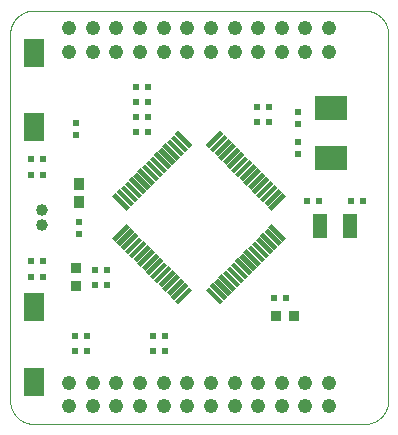
<source format=gts>
G75*
%MOIN*%
%OFA0B0*%
%FSLAX25Y25*%
%IPPOS*%
%LPD*%
%AMOC8*
5,1,8,0,0,1.08239X$1,22.5*
%
%ADD10C,0.00400*%
%ADD11R,0.02369X0.02369*%
%ADD12R,0.03550X0.03550*%
%ADD13R,0.03550X0.03943*%
%ADD14R,0.01581X0.06699*%
%ADD15R,0.06699X0.01581*%
%ADD16R,0.06699X0.09455*%
%ADD17R,0.10636X0.07880*%
%ADD18C,0.04762*%
%ADD19C,0.03975*%
%ADD20R,0.04731X0.07880*%
D10*
X0001487Y0009174D02*
X0001487Y0131221D01*
X0001489Y0131414D01*
X0001496Y0131607D01*
X0001508Y0131800D01*
X0001525Y0131993D01*
X0001546Y0132185D01*
X0001572Y0132376D01*
X0001603Y0132567D01*
X0001638Y0132757D01*
X0001678Y0132946D01*
X0001723Y0133134D01*
X0001772Y0133321D01*
X0001826Y0133507D01*
X0001884Y0133691D01*
X0001947Y0133874D01*
X0002015Y0134055D01*
X0002086Y0134234D01*
X0002163Y0134412D01*
X0002243Y0134588D01*
X0002328Y0134761D01*
X0002417Y0134933D01*
X0002510Y0135102D01*
X0002607Y0135269D01*
X0002709Y0135434D01*
X0002814Y0135596D01*
X0002923Y0135755D01*
X0003037Y0135912D01*
X0003154Y0136065D01*
X0003274Y0136216D01*
X0003399Y0136364D01*
X0003527Y0136509D01*
X0003658Y0136650D01*
X0003793Y0136789D01*
X0003932Y0136924D01*
X0004073Y0137055D01*
X0004218Y0137183D01*
X0004366Y0137308D01*
X0004517Y0137428D01*
X0004670Y0137545D01*
X0004827Y0137659D01*
X0004986Y0137768D01*
X0005148Y0137873D01*
X0005313Y0137975D01*
X0005480Y0138072D01*
X0005649Y0138165D01*
X0005821Y0138254D01*
X0005994Y0138339D01*
X0006170Y0138419D01*
X0006348Y0138496D01*
X0006527Y0138567D01*
X0006708Y0138635D01*
X0006891Y0138698D01*
X0007075Y0138756D01*
X0007261Y0138810D01*
X0007448Y0138859D01*
X0007636Y0138904D01*
X0007825Y0138944D01*
X0008015Y0138979D01*
X0008206Y0139010D01*
X0008397Y0139036D01*
X0008589Y0139057D01*
X0008782Y0139074D01*
X0008975Y0139086D01*
X0009168Y0139093D01*
X0009361Y0139095D01*
X0119660Y0139095D01*
X0119850Y0139093D01*
X0120040Y0139086D01*
X0120230Y0139074D01*
X0120420Y0139058D01*
X0120609Y0139038D01*
X0120798Y0139012D01*
X0120986Y0138983D01*
X0121173Y0138948D01*
X0121359Y0138909D01*
X0121544Y0138866D01*
X0121729Y0138818D01*
X0121912Y0138766D01*
X0122093Y0138710D01*
X0122273Y0138649D01*
X0122452Y0138583D01*
X0122629Y0138514D01*
X0122805Y0138440D01*
X0122978Y0138362D01*
X0123150Y0138279D01*
X0123319Y0138193D01*
X0123487Y0138103D01*
X0123652Y0138008D01*
X0123815Y0137910D01*
X0123975Y0137807D01*
X0124133Y0137701D01*
X0124288Y0137591D01*
X0124441Y0137478D01*
X0124591Y0137360D01*
X0124737Y0137239D01*
X0124881Y0137115D01*
X0125022Y0136987D01*
X0125160Y0136856D01*
X0125295Y0136721D01*
X0125426Y0136583D01*
X0125554Y0136442D01*
X0125678Y0136298D01*
X0125799Y0136152D01*
X0125917Y0136002D01*
X0126030Y0135849D01*
X0126140Y0135694D01*
X0126246Y0135536D01*
X0126349Y0135376D01*
X0126447Y0135213D01*
X0126542Y0135048D01*
X0126632Y0134880D01*
X0126718Y0134711D01*
X0126801Y0134539D01*
X0126879Y0134366D01*
X0126953Y0134190D01*
X0127022Y0134013D01*
X0127088Y0133834D01*
X0127149Y0133654D01*
X0127205Y0133473D01*
X0127257Y0133290D01*
X0127305Y0133105D01*
X0127348Y0132920D01*
X0127387Y0132734D01*
X0127422Y0132547D01*
X0127451Y0132359D01*
X0127477Y0132170D01*
X0127497Y0131981D01*
X0127513Y0131791D01*
X0127525Y0131601D01*
X0127532Y0131411D01*
X0127534Y0131221D01*
X0127534Y0009174D01*
X0127532Y0008984D01*
X0127525Y0008794D01*
X0127513Y0008604D01*
X0127497Y0008414D01*
X0127477Y0008225D01*
X0127451Y0008036D01*
X0127422Y0007848D01*
X0127387Y0007661D01*
X0127348Y0007475D01*
X0127305Y0007290D01*
X0127257Y0007105D01*
X0127205Y0006922D01*
X0127149Y0006741D01*
X0127088Y0006561D01*
X0127022Y0006382D01*
X0126953Y0006205D01*
X0126879Y0006029D01*
X0126801Y0005856D01*
X0126718Y0005684D01*
X0126632Y0005515D01*
X0126542Y0005347D01*
X0126447Y0005182D01*
X0126349Y0005019D01*
X0126246Y0004859D01*
X0126140Y0004701D01*
X0126030Y0004546D01*
X0125917Y0004393D01*
X0125799Y0004243D01*
X0125678Y0004097D01*
X0125554Y0003953D01*
X0125426Y0003812D01*
X0125295Y0003674D01*
X0125160Y0003539D01*
X0125022Y0003408D01*
X0124881Y0003280D01*
X0124737Y0003156D01*
X0124591Y0003035D01*
X0124441Y0002917D01*
X0124288Y0002804D01*
X0124133Y0002694D01*
X0123975Y0002588D01*
X0123815Y0002485D01*
X0123652Y0002387D01*
X0123487Y0002292D01*
X0123319Y0002202D01*
X0123150Y0002116D01*
X0122978Y0002033D01*
X0122805Y0001955D01*
X0122629Y0001881D01*
X0122452Y0001812D01*
X0122273Y0001746D01*
X0122093Y0001685D01*
X0121912Y0001629D01*
X0121729Y0001577D01*
X0121544Y0001529D01*
X0121359Y0001486D01*
X0121173Y0001447D01*
X0120986Y0001412D01*
X0120798Y0001383D01*
X0120609Y0001357D01*
X0120420Y0001337D01*
X0120230Y0001321D01*
X0120040Y0001309D01*
X0119850Y0001302D01*
X0119660Y0001300D01*
X0009361Y0001300D01*
X0009171Y0001302D01*
X0008981Y0001309D01*
X0008791Y0001321D01*
X0008601Y0001337D01*
X0008412Y0001357D01*
X0008223Y0001383D01*
X0008035Y0001412D01*
X0007848Y0001447D01*
X0007662Y0001486D01*
X0007477Y0001529D01*
X0007292Y0001577D01*
X0007109Y0001629D01*
X0006928Y0001685D01*
X0006748Y0001746D01*
X0006569Y0001812D01*
X0006392Y0001881D01*
X0006216Y0001955D01*
X0006043Y0002033D01*
X0005871Y0002116D01*
X0005702Y0002202D01*
X0005534Y0002292D01*
X0005369Y0002387D01*
X0005206Y0002485D01*
X0005046Y0002588D01*
X0004888Y0002694D01*
X0004733Y0002804D01*
X0004580Y0002917D01*
X0004430Y0003035D01*
X0004284Y0003156D01*
X0004140Y0003280D01*
X0003999Y0003408D01*
X0003861Y0003539D01*
X0003726Y0003674D01*
X0003595Y0003812D01*
X0003467Y0003953D01*
X0003343Y0004097D01*
X0003222Y0004243D01*
X0003104Y0004393D01*
X0002991Y0004546D01*
X0002881Y0004701D01*
X0002775Y0004859D01*
X0002672Y0005019D01*
X0002574Y0005182D01*
X0002479Y0005347D01*
X0002389Y0005515D01*
X0002303Y0005684D01*
X0002220Y0005856D01*
X0002142Y0006029D01*
X0002068Y0006205D01*
X0001999Y0006382D01*
X0001933Y0006561D01*
X0001872Y0006741D01*
X0001816Y0006922D01*
X0001764Y0007105D01*
X0001716Y0007290D01*
X0001673Y0007475D01*
X0001634Y0007661D01*
X0001599Y0007848D01*
X0001570Y0008036D01*
X0001544Y0008225D01*
X0001524Y0008414D01*
X0001508Y0008604D01*
X0001496Y0008794D01*
X0001489Y0008984D01*
X0001487Y0009174D01*
D11*
X0022987Y0025800D03*
X0026987Y0025800D03*
X0026987Y0030800D03*
X0022987Y0030800D03*
X0029737Y0047800D03*
X0033737Y0047800D03*
X0033737Y0052800D03*
X0029737Y0052800D03*
X0024487Y0064800D03*
X0024487Y0068800D03*
X0012487Y0055800D03*
X0008487Y0055800D03*
X0008487Y0050300D03*
X0012487Y0050300D03*
X0012487Y0084300D03*
X0008487Y0084300D03*
X0008487Y0089800D03*
X0012487Y0089800D03*
X0023377Y0097805D03*
X0023377Y0101805D03*
X0043377Y0103505D03*
X0047377Y0103505D03*
X0047377Y0098505D03*
X0043377Y0098505D03*
X0043377Y0108505D03*
X0047377Y0108505D03*
X0047377Y0113505D03*
X0043377Y0113505D03*
X0083677Y0107005D03*
X0087677Y0107005D03*
X0087677Y0102005D03*
X0083677Y0102005D03*
X0097487Y0101300D03*
X0097487Y0105300D03*
X0097487Y0095300D03*
X0097487Y0091300D03*
X0100487Y0075800D03*
X0104487Y0075800D03*
X0114987Y0075800D03*
X0118987Y0075800D03*
X0093487Y0043300D03*
X0089487Y0043300D03*
X0052987Y0030800D03*
X0048987Y0030800D03*
X0048987Y0025800D03*
X0052987Y0025800D03*
D12*
X0023487Y0047300D03*
X0023487Y0053300D03*
X0089987Y0037300D03*
X0095987Y0037300D03*
D13*
X0024487Y0075300D03*
X0024487Y0081300D03*
D14*
G36*
X0036672Y0062121D02*
X0035555Y0063238D01*
X0040290Y0067973D01*
X0041407Y0066856D01*
X0036672Y0062121D01*
G37*
G36*
X0038064Y0060729D02*
X0036947Y0061846D01*
X0041682Y0066581D01*
X0042799Y0065464D01*
X0038064Y0060729D01*
G37*
G36*
X0039456Y0059338D02*
X0038339Y0060455D01*
X0043074Y0065190D01*
X0044191Y0064073D01*
X0039456Y0059338D01*
G37*
G36*
X0040848Y0057946D02*
X0039731Y0059063D01*
X0044466Y0063798D01*
X0045583Y0062681D01*
X0040848Y0057946D01*
G37*
G36*
X0042240Y0056554D02*
X0041123Y0057671D01*
X0045858Y0062406D01*
X0046975Y0061289D01*
X0042240Y0056554D01*
G37*
G36*
X0043632Y0055162D02*
X0042515Y0056279D01*
X0047250Y0061014D01*
X0048367Y0059897D01*
X0043632Y0055162D01*
G37*
G36*
X0045024Y0053770D02*
X0043907Y0054887D01*
X0048642Y0059622D01*
X0049759Y0058505D01*
X0045024Y0053770D01*
G37*
G36*
X0046416Y0052378D02*
X0045299Y0053495D01*
X0050034Y0058230D01*
X0051151Y0057113D01*
X0046416Y0052378D01*
G37*
G36*
X0047808Y0050986D02*
X0046691Y0052103D01*
X0051426Y0056838D01*
X0052543Y0055721D01*
X0047808Y0050986D01*
G37*
G36*
X0049200Y0049594D02*
X0048083Y0050711D01*
X0052818Y0055446D01*
X0053935Y0054329D01*
X0049200Y0049594D01*
G37*
G36*
X0050592Y0048202D02*
X0049475Y0049319D01*
X0054210Y0054054D01*
X0055327Y0052937D01*
X0050592Y0048202D01*
G37*
G36*
X0051984Y0046810D02*
X0050867Y0047927D01*
X0055602Y0052662D01*
X0056719Y0051545D01*
X0051984Y0046810D01*
G37*
G36*
X0053376Y0045418D02*
X0052259Y0046535D01*
X0056994Y0051270D01*
X0058111Y0050153D01*
X0053376Y0045418D01*
G37*
G36*
X0054768Y0044026D02*
X0053651Y0045143D01*
X0058386Y0049878D01*
X0059503Y0048761D01*
X0054768Y0044026D01*
G37*
G36*
X0056160Y0042634D02*
X0055043Y0043751D01*
X0059778Y0048486D01*
X0060895Y0047369D01*
X0056160Y0042634D01*
G37*
G36*
X0057552Y0041242D02*
X0056435Y0042359D01*
X0061170Y0047094D01*
X0062287Y0045977D01*
X0057552Y0041242D01*
G37*
G36*
X0087339Y0073814D02*
X0086222Y0074931D01*
X0090957Y0079666D01*
X0092074Y0078549D01*
X0087339Y0073814D01*
G37*
G36*
X0088731Y0072422D02*
X0087614Y0073539D01*
X0092349Y0078274D01*
X0093466Y0077157D01*
X0088731Y0072422D01*
G37*
G36*
X0085947Y0075206D02*
X0084830Y0076323D01*
X0089565Y0081058D01*
X0090682Y0079941D01*
X0085947Y0075206D01*
G37*
G36*
X0084555Y0076598D02*
X0083438Y0077715D01*
X0088173Y0082450D01*
X0089290Y0081333D01*
X0084555Y0076598D01*
G37*
G36*
X0083163Y0077990D02*
X0082046Y0079107D01*
X0086781Y0083842D01*
X0087898Y0082725D01*
X0083163Y0077990D01*
G37*
G36*
X0081771Y0079382D02*
X0080654Y0080499D01*
X0085389Y0085234D01*
X0086506Y0084117D01*
X0081771Y0079382D01*
G37*
G36*
X0080379Y0080773D02*
X0079262Y0081890D01*
X0083997Y0086625D01*
X0085114Y0085508D01*
X0080379Y0080773D01*
G37*
G36*
X0078987Y0082165D02*
X0077870Y0083282D01*
X0082605Y0088017D01*
X0083722Y0086900D01*
X0078987Y0082165D01*
G37*
G36*
X0077596Y0083557D02*
X0076479Y0084674D01*
X0081214Y0089409D01*
X0082331Y0088292D01*
X0077596Y0083557D01*
G37*
G36*
X0076204Y0084949D02*
X0075087Y0086066D01*
X0079822Y0090801D01*
X0080939Y0089684D01*
X0076204Y0084949D01*
G37*
G36*
X0074812Y0086341D02*
X0073695Y0087458D01*
X0078430Y0092193D01*
X0079547Y0091076D01*
X0074812Y0086341D01*
G37*
G36*
X0073420Y0087733D02*
X0072303Y0088850D01*
X0077038Y0093585D01*
X0078155Y0092468D01*
X0073420Y0087733D01*
G37*
G36*
X0072028Y0089125D02*
X0070911Y0090242D01*
X0075646Y0094977D01*
X0076763Y0093860D01*
X0072028Y0089125D01*
G37*
G36*
X0070636Y0090517D02*
X0069519Y0091634D01*
X0074254Y0096369D01*
X0075371Y0095252D01*
X0070636Y0090517D01*
G37*
G36*
X0069244Y0091909D02*
X0068127Y0093026D01*
X0072862Y0097761D01*
X0073979Y0096644D01*
X0069244Y0091909D01*
G37*
G36*
X0067852Y0093301D02*
X0066735Y0094418D01*
X0071470Y0099153D01*
X0072587Y0098036D01*
X0067852Y0093301D01*
G37*
D15*
G36*
X0061170Y0093301D02*
X0056435Y0098036D01*
X0057552Y0099153D01*
X0062287Y0094418D01*
X0061170Y0093301D01*
G37*
G36*
X0059778Y0091909D02*
X0055043Y0096644D01*
X0056160Y0097761D01*
X0060895Y0093026D01*
X0059778Y0091909D01*
G37*
G36*
X0058386Y0090517D02*
X0053651Y0095252D01*
X0054768Y0096369D01*
X0059503Y0091634D01*
X0058386Y0090517D01*
G37*
G36*
X0056994Y0089125D02*
X0052259Y0093860D01*
X0053376Y0094977D01*
X0058111Y0090242D01*
X0056994Y0089125D01*
G37*
G36*
X0055602Y0087733D02*
X0050867Y0092468D01*
X0051984Y0093585D01*
X0056719Y0088850D01*
X0055602Y0087733D01*
G37*
G36*
X0054210Y0086341D02*
X0049475Y0091076D01*
X0050592Y0092193D01*
X0055327Y0087458D01*
X0054210Y0086341D01*
G37*
G36*
X0052818Y0084949D02*
X0048083Y0089684D01*
X0049200Y0090801D01*
X0053935Y0086066D01*
X0052818Y0084949D01*
G37*
G36*
X0051426Y0083557D02*
X0046691Y0088292D01*
X0047808Y0089409D01*
X0052543Y0084674D01*
X0051426Y0083557D01*
G37*
G36*
X0050034Y0082165D02*
X0045299Y0086900D01*
X0046416Y0088017D01*
X0051151Y0083282D01*
X0050034Y0082165D01*
G37*
G36*
X0048642Y0080773D02*
X0043907Y0085508D01*
X0045024Y0086625D01*
X0049759Y0081890D01*
X0048642Y0080773D01*
G37*
G36*
X0047250Y0079382D02*
X0042515Y0084117D01*
X0043632Y0085234D01*
X0048367Y0080499D01*
X0047250Y0079382D01*
G37*
G36*
X0045858Y0077990D02*
X0041123Y0082725D01*
X0042240Y0083842D01*
X0046975Y0079107D01*
X0045858Y0077990D01*
G37*
G36*
X0044466Y0076598D02*
X0039731Y0081333D01*
X0040848Y0082450D01*
X0045583Y0077715D01*
X0044466Y0076598D01*
G37*
G36*
X0043074Y0075206D02*
X0038339Y0079941D01*
X0039456Y0081058D01*
X0044191Y0076323D01*
X0043074Y0075206D01*
G37*
G36*
X0041682Y0073814D02*
X0036947Y0078549D01*
X0038064Y0079666D01*
X0042799Y0074931D01*
X0041682Y0073814D01*
G37*
G36*
X0040290Y0072422D02*
X0035555Y0077157D01*
X0036672Y0078274D01*
X0041407Y0073539D01*
X0040290Y0072422D01*
G37*
G36*
X0071470Y0041242D02*
X0066735Y0045977D01*
X0067852Y0047094D01*
X0072587Y0042359D01*
X0071470Y0041242D01*
G37*
G36*
X0072862Y0042634D02*
X0068127Y0047369D01*
X0069244Y0048486D01*
X0073979Y0043751D01*
X0072862Y0042634D01*
G37*
G36*
X0074254Y0044026D02*
X0069519Y0048761D01*
X0070636Y0049878D01*
X0075371Y0045143D01*
X0074254Y0044026D01*
G37*
G36*
X0075646Y0045418D02*
X0070911Y0050153D01*
X0072028Y0051270D01*
X0076763Y0046535D01*
X0075646Y0045418D01*
G37*
G36*
X0077038Y0046810D02*
X0072303Y0051545D01*
X0073420Y0052662D01*
X0078155Y0047927D01*
X0077038Y0046810D01*
G37*
G36*
X0078430Y0048202D02*
X0073695Y0052937D01*
X0074812Y0054054D01*
X0079547Y0049319D01*
X0078430Y0048202D01*
G37*
G36*
X0079822Y0049594D02*
X0075087Y0054329D01*
X0076204Y0055446D01*
X0080939Y0050711D01*
X0079822Y0049594D01*
G37*
G36*
X0081214Y0050986D02*
X0076479Y0055721D01*
X0077596Y0056838D01*
X0082331Y0052103D01*
X0081214Y0050986D01*
G37*
G36*
X0082605Y0052378D02*
X0077870Y0057113D01*
X0078987Y0058230D01*
X0083722Y0053495D01*
X0082605Y0052378D01*
G37*
G36*
X0083997Y0053770D02*
X0079262Y0058505D01*
X0080379Y0059622D01*
X0085114Y0054887D01*
X0083997Y0053770D01*
G37*
G36*
X0085389Y0055162D02*
X0080654Y0059897D01*
X0081771Y0061014D01*
X0086506Y0056279D01*
X0085389Y0055162D01*
G37*
G36*
X0086781Y0056554D02*
X0082046Y0061289D01*
X0083163Y0062406D01*
X0087898Y0057671D01*
X0086781Y0056554D01*
G37*
G36*
X0088173Y0057946D02*
X0083438Y0062681D01*
X0084555Y0063798D01*
X0089290Y0059063D01*
X0088173Y0057946D01*
G37*
G36*
X0089565Y0059338D02*
X0084830Y0064073D01*
X0085947Y0065190D01*
X0090682Y0060455D01*
X0089565Y0059338D01*
G37*
G36*
X0090957Y0060729D02*
X0086222Y0065464D01*
X0087339Y0066581D01*
X0092074Y0061846D01*
X0090957Y0060729D01*
G37*
G36*
X0092349Y0062121D02*
X0087614Y0066856D01*
X0088731Y0067973D01*
X0093466Y0063238D01*
X0092349Y0062121D01*
G37*
D16*
X0009361Y0040198D03*
X0009361Y0015394D03*
X0009361Y0100198D03*
X0009361Y0125001D03*
D17*
X0108487Y0106765D03*
X0108487Y0089835D03*
D18*
X0107818Y0125316D03*
X0107818Y0133190D03*
X0099944Y0133190D03*
X0099944Y0125316D03*
X0092070Y0125316D03*
X0092070Y0133190D03*
X0084196Y0133190D03*
X0084196Y0125316D03*
X0076322Y0125316D03*
X0076322Y0133190D03*
X0068448Y0133190D03*
X0068448Y0125316D03*
X0060574Y0125316D03*
X0060574Y0133190D03*
X0052700Y0133190D03*
X0052700Y0125316D03*
X0044826Y0125316D03*
X0044826Y0133190D03*
X0036952Y0133190D03*
X0036952Y0125316D03*
X0029078Y0125316D03*
X0029078Y0133190D03*
X0021204Y0133190D03*
X0021204Y0125316D03*
X0021204Y0015080D03*
X0021204Y0007206D03*
X0029078Y0007206D03*
X0029078Y0015080D03*
X0036952Y0015080D03*
X0036952Y0007206D03*
X0044826Y0007206D03*
X0044826Y0015080D03*
X0052700Y0015080D03*
X0052700Y0007206D03*
X0060574Y0007206D03*
X0060574Y0015080D03*
X0068448Y0015080D03*
X0068448Y0007206D03*
X0076322Y0007206D03*
X0076322Y0015080D03*
X0084196Y0015080D03*
X0084196Y0007206D03*
X0092070Y0007206D03*
X0092070Y0015080D03*
X0099944Y0015080D03*
X0099944Y0007206D03*
X0107818Y0007206D03*
X0107818Y0015080D03*
D19*
X0012071Y0067654D03*
X0012071Y0072654D03*
D20*
X0104816Y0067300D03*
X0114658Y0067300D03*
M02*

</source>
